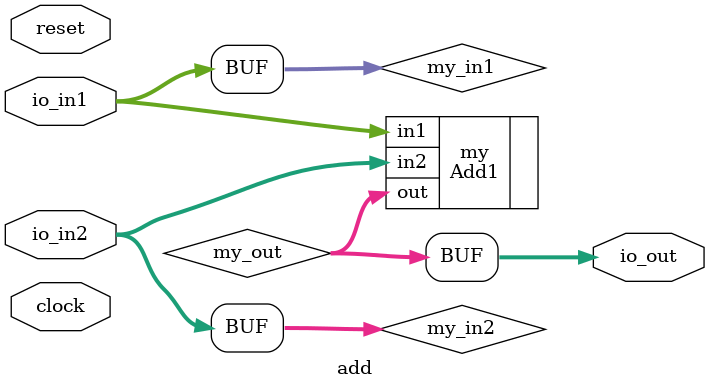
<source format=v>
module add(
  input         clock,
  input         reset,
  input  [63:0] io_in1,
  input  [63:0] io_in2,
  output [63:0] io_out
);
  wire [63:0] my_in1; // @[test.scala 10:24]
  wire [63:0] my_in2; // @[test.scala 10:24]
  wire [63:0] my_out; // @[test.scala 10:24]
  Add1 my ( // @[test.scala 10:24]
    .in1(my_in1),
    .in2(my_in2),
    .out(my_out)
  );
  assign io_out = my_out; // @[test.scala 13:16]
  assign my_in1 = io_in1; // @[test.scala 11:19]
  assign my_in2 = io_in2; // @[test.scala 12:19]
endmodule

</source>
